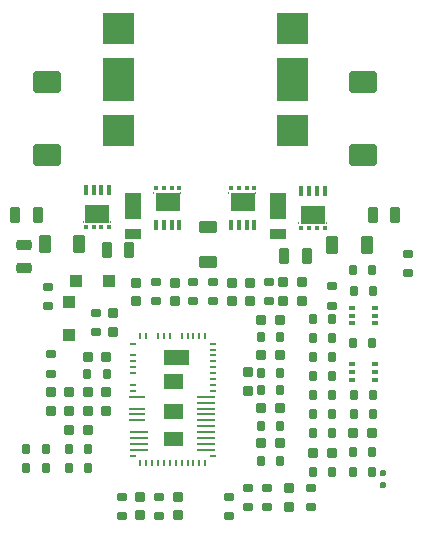
<source format=gtp>
G04 #@! TF.GenerationSoftware,KiCad,Pcbnew,(6.0.8)*
G04 #@! TF.CreationDate,2023-01-09T09:57:13-08:00*
G04 #@! TF.ProjectId,LT8490,4c543834-3930-42e6-9b69-6361645f7063,rev?*
G04 #@! TF.SameCoordinates,Original*
G04 #@! TF.FileFunction,Paste,Top*
G04 #@! TF.FilePolarity,Positive*
%FSLAX46Y46*%
G04 Gerber Fmt 4.6, Leading zero omitted, Abs format (unit mm)*
G04 Created by KiCad (PCBNEW (6.0.8)) date 2023-01-09 09:57:13*
%MOMM*%
%LPD*%
G01*
G04 APERTURE LIST*
G04 Aperture macros list*
%AMRoundRect*
0 Rectangle with rounded corners*
0 $1 Rounding radius*
0 $2 $3 $4 $5 $6 $7 $8 $9 X,Y pos of 4 corners*
0 Add a 4 corners polygon primitive as box body*
4,1,4,$2,$3,$4,$5,$6,$7,$8,$9,$2,$3,0*
0 Add four circle primitives for the rounded corners*
1,1,$1+$1,$2,$3*
1,1,$1+$1,$4,$5*
1,1,$1+$1,$6,$7*
1,1,$1+$1,$8,$9*
0 Add four rect primitives between the rounded corners*
20,1,$1+$1,$2,$3,$4,$5,0*
20,1,$1+$1,$4,$5,$6,$7,0*
20,1,$1+$1,$6,$7,$8,$9,0*
20,1,$1+$1,$8,$9,$2,$3,0*%
G04 Aperture macros list end*
%ADD10C,0.120000*%
%ADD11RoundRect,0.160000X-0.200000X-0.267500X0.200000X-0.267500X0.200000X0.267500X-0.200000X0.267500X0*%
%ADD12RoundRect,0.160000X-0.267500X0.200000X-0.267500X-0.200000X0.267500X-0.200000X0.267500X0.200000X0*%
%ADD13RoundRect,0.200000X0.250000X0.452500X-0.250000X0.452500X-0.250000X-0.452500X0.250000X-0.452500X0*%
%ADD14RoundRect,0.180000X-0.247500X0.225000X-0.247500X-0.225000X0.247500X-0.225000X0.247500X0.225000X0*%
%ADD15RoundRect,0.180000X-0.225000X-0.247500X0.225000X-0.247500X0.225000X0.247500X-0.225000X0.247500X0*%
%ADD16R,1.350000X2.160000*%
%ADD17R,1.350000X0.945000*%
%ADD18RoundRect,0.160000X0.267500X-0.200000X0.267500X0.200000X-0.267500X0.200000X-0.267500X-0.200000X0*%
%ADD19R,0.585000X0.360000*%
%ADD20RoundRect,0.200000X-0.250000X-0.452500X0.250000X-0.452500X0.250000X0.452500X-0.250000X0.452500X0*%
%ADD21R,0.364500X0.891000*%
%ADD22R,0.364500X0.459000*%
%ADD23R,0.069300X0.225000*%
%ADD24R,2.011500X1.552500*%
%ADD25RoundRect,0.160000X0.200000X0.267500X-0.200000X0.267500X-0.200000X-0.267500X0.200000X-0.267500X0*%
%ADD26RoundRect,0.180000X0.247500X-0.225000X0.247500X0.225000X-0.247500X0.225000X-0.247500X-0.225000X0*%
%ADD27RoundRect,0.180000X0.225000X0.247500X-0.225000X0.247500X-0.225000X-0.247500X0.225000X-0.247500X0*%
%ADD28R,0.540000X0.360000*%
%ADD29RoundRect,0.193750X-0.312500X-0.593750X0.312500X-0.593750X0.312500X0.593750X-0.312500X0.593750X0*%
%ADD30R,0.630000X0.225000*%
%ADD31R,1.620000X0.225000*%
%ADD32R,0.225000X0.630000*%
%ADD33R,1.350000X0.225000*%
%ADD34RoundRect,0.193750X-0.593750X0.312500X-0.593750X-0.312500X0.593750X-0.312500X0.593750X0.312500X0*%
%ADD35R,0.990000X0.990000*%
%ADD36RoundRect,0.146250X1.001250X-0.787500X1.001250X0.787500X-1.001250X0.787500X-1.001250X-0.787500X0*%
%ADD37RoundRect,0.200000X-0.452500X0.250000X-0.452500X-0.250000X0.452500X-0.250000X0.452500X0.250000X0*%
%ADD38RoundRect,0.108000X0.180000X-0.135000X0.180000X0.135000X-0.180000X0.135000X-0.180000X-0.135000X0*%
G04 APERTURE END LIST*
D10*
X139220990Y-81722011D02*
X141760990Y-81722011D01*
X141760990Y-81722011D02*
X141760990Y-85278011D01*
X141760990Y-85278011D02*
X139220990Y-85278011D01*
X139220990Y-85278011D02*
X139220990Y-81722011D01*
G36*
X139220990Y-81722011D02*
G01*
X141760990Y-81722011D01*
X141760990Y-85278011D01*
X139220990Y-85278011D01*
X139220990Y-81722011D01*
G37*
X153970990Y-86548011D02*
X156510990Y-86548011D01*
X156510990Y-86548011D02*
X156510990Y-89088011D01*
X156510990Y-89088011D02*
X153970990Y-89088011D01*
X153970990Y-89088011D02*
X153970990Y-86548011D01*
G36*
X153970990Y-86548011D02*
G01*
X156510990Y-86548011D01*
X156510990Y-89088011D01*
X153970990Y-89088011D01*
X153970990Y-86548011D01*
G37*
X139220990Y-77912011D02*
X141760990Y-77912011D01*
X141760990Y-77912011D02*
X141760990Y-80452011D01*
X141760990Y-80452011D02*
X139220990Y-80452011D01*
X139220990Y-80452011D02*
X139220990Y-77912011D01*
G36*
X139220990Y-77912011D02*
G01*
X141760990Y-77912011D01*
X141760990Y-80452011D01*
X139220990Y-80452011D01*
X139220990Y-77912011D01*
G37*
X153970990Y-77912011D02*
X156510990Y-77912011D01*
X156510990Y-77912011D02*
X156510990Y-80452011D01*
X156510990Y-80452011D02*
X153970990Y-80452011D01*
X153970990Y-80452011D02*
X153970990Y-77912011D01*
G36*
X153970990Y-77912011D02*
G01*
X156510990Y-77912011D01*
X156510990Y-80452011D01*
X153970990Y-80452011D01*
X153970990Y-77912011D01*
G37*
X153970990Y-81722011D02*
X156510990Y-81722011D01*
X156510990Y-81722011D02*
X156510990Y-85278011D01*
X156510990Y-85278011D02*
X153970990Y-85278011D01*
X153970990Y-85278011D02*
X153970990Y-81722011D01*
G36*
X153970990Y-81722011D02*
G01*
X156510990Y-81722011D01*
X156510990Y-85278011D01*
X153970990Y-85278011D01*
X153970990Y-81722011D01*
G37*
X139220990Y-86548011D02*
X141760990Y-86548011D01*
X141760990Y-86548011D02*
X141760990Y-89088011D01*
X141760990Y-89088011D02*
X139220990Y-89088011D01*
X139220990Y-89088011D02*
X139220990Y-86548011D01*
G36*
X139220990Y-86548011D02*
G01*
X141760990Y-86548011D01*
X141760990Y-89088011D01*
X139220990Y-89088011D01*
X139220990Y-86548011D01*
G37*
X145874551Y-113341435D02*
X144374551Y-113341435D01*
X144374551Y-113341435D02*
X144374551Y-114516435D01*
X144374551Y-114516435D02*
X145874551Y-114516435D01*
X145874551Y-114516435D02*
X145874551Y-113341435D01*
G36*
X145874551Y-113341435D02*
G01*
X144374551Y-113341435D01*
X144374551Y-114516435D01*
X145874551Y-114516435D01*
X145874551Y-113341435D01*
G37*
X145874551Y-110990435D02*
X144374551Y-110990435D01*
X144374551Y-110990435D02*
X144374551Y-112165435D01*
X144374551Y-112165435D02*
X145874551Y-112165435D01*
X145874551Y-112165435D02*
X145874551Y-110990435D01*
G36*
X145874551Y-110990435D02*
G01*
X144374551Y-110990435D01*
X144374551Y-112165435D01*
X145874551Y-112165435D01*
X145874551Y-110990435D01*
G37*
X146382551Y-106418435D02*
X144374551Y-106418435D01*
X144374551Y-106418435D02*
X144374551Y-107593435D01*
X144374551Y-107593435D02*
X146382551Y-107593435D01*
X146382551Y-107593435D02*
X146382551Y-106418435D01*
G36*
X146382551Y-106418435D02*
G01*
X144374551Y-106418435D01*
X144374551Y-107593435D01*
X146382551Y-107593435D01*
X146382551Y-106418435D01*
G37*
X145874551Y-108450435D02*
X144374551Y-108450435D01*
X144374551Y-108450435D02*
X144374551Y-109625435D01*
X144374551Y-109625435D02*
X145874551Y-109625435D01*
X145874551Y-109625435D02*
X145874551Y-108450435D01*
G36*
X145874551Y-108450435D02*
G01*
X144374551Y-108450435D01*
X144374551Y-109625435D01*
X145874551Y-109625435D01*
X145874551Y-108450435D01*
G37*
D11*
X156975000Y-108641424D03*
X158625000Y-108641424D03*
D12*
X149900000Y-118841424D03*
X149900000Y-120491424D03*
D13*
X133700000Y-95000000D03*
X131800000Y-95000000D03*
X156450000Y-98500000D03*
X154550000Y-98500000D03*
D14*
X142350000Y-118891424D03*
X142350000Y-120441424D03*
D15*
X154500000Y-100700000D03*
X156050000Y-100700000D03*
D11*
X156975000Y-107041424D03*
X158625000Y-107041424D03*
D15*
X137925000Y-111600000D03*
X139475000Y-111600000D03*
D16*
X141750009Y-94250000D03*
D17*
X141750009Y-96625000D03*
D18*
X156837047Y-119750000D03*
X156837047Y-118100000D03*
D11*
X152575000Y-105341424D03*
X154225000Y-105341424D03*
X152575000Y-109841424D03*
X154225000Y-109841424D03*
D12*
X134600000Y-101075000D03*
X134600000Y-102725000D03*
D19*
X160325000Y-107650000D03*
X160325000Y-108300000D03*
X160325000Y-108950000D03*
X162225000Y-108950000D03*
X162225000Y-108300000D03*
X162225000Y-107650000D03*
D20*
X139550000Y-98000000D03*
X141450000Y-98000000D03*
D21*
X143707990Y-95854989D03*
X144367990Y-95854989D03*
X145027990Y-95854989D03*
X145687990Y-95854989D03*
D22*
X143707990Y-92744989D03*
X144367990Y-92744989D03*
X145027990Y-92744989D03*
D23*
X145851990Y-93124989D03*
X143543990Y-93124989D03*
D24*
X144697990Y-93861989D03*
D22*
X145687990Y-92744989D03*
D25*
X162100000Y-111841424D03*
X160450000Y-111841424D03*
D18*
X158620000Y-102695000D03*
X158620000Y-101045000D03*
D12*
X153300000Y-100675000D03*
X153300000Y-102325000D03*
D26*
X145550000Y-120441424D03*
X145550000Y-118891424D03*
D25*
X162025000Y-105800000D03*
X160375000Y-105800000D03*
D27*
X158575000Y-115141424D03*
X157025000Y-115141424D03*
D12*
X140800000Y-118841424D03*
X140800000Y-120491424D03*
D14*
X140100000Y-103325000D03*
X140100000Y-104875000D03*
D11*
X152575000Y-112841424D03*
X154225000Y-112841424D03*
D25*
X158625000Y-111841424D03*
X156975000Y-111841424D03*
X162025000Y-99700000D03*
X160375000Y-99700000D03*
D27*
X139475000Y-110000000D03*
X137925000Y-110000000D03*
D25*
X154225000Y-108341424D03*
X152575000Y-108341424D03*
D11*
X156975000Y-110241424D03*
X158625000Y-110241424D03*
D27*
X154175000Y-114341424D03*
X152625000Y-114341424D03*
X136375000Y-111575000D03*
X134825000Y-111575000D03*
X161975000Y-113441424D03*
X160425000Y-113441424D03*
D26*
X150100000Y-102275000D03*
X150100000Y-100725000D03*
D28*
X162224989Y-104183575D03*
X162224989Y-103533575D03*
X162224989Y-102883575D03*
X160324989Y-102883575D03*
X160324989Y-103533575D03*
X160324989Y-104183575D03*
D27*
X154175000Y-111341424D03*
X152625000Y-111341424D03*
D25*
X158625000Y-116741424D03*
X156975000Y-116741424D03*
D16*
X154050000Y-94250000D03*
D17*
X154050000Y-96625000D03*
D14*
X145300000Y-100725000D03*
X145300000Y-102275000D03*
D29*
X158637500Y-97571064D03*
X161562500Y-97571064D03*
D30*
X148524551Y-115391435D03*
D31*
X147974551Y-114891435D03*
X147974551Y-114391435D03*
X147974551Y-113891435D03*
X147974551Y-113391435D03*
X147974551Y-112891435D03*
X147974551Y-112391435D03*
X147974551Y-111891435D03*
X147974551Y-111391435D03*
X147974551Y-110891435D03*
X147974551Y-110391435D03*
D30*
X148524551Y-109891435D03*
X148524551Y-109391435D03*
X148524551Y-108891435D03*
X148524551Y-108391435D03*
X148524551Y-107891435D03*
X148524551Y-107391435D03*
X148524551Y-106891435D03*
X148524551Y-106391435D03*
X148524551Y-105891435D03*
D32*
X147874551Y-105241435D03*
X147374551Y-105241435D03*
X146874551Y-105241435D03*
X146374551Y-105241435D03*
X145874551Y-105241435D03*
X144874551Y-105241435D03*
X144374551Y-105241435D03*
X143874551Y-105241435D03*
X142874551Y-105241435D03*
X142374551Y-105241435D03*
D30*
X141724551Y-105891435D03*
X141724551Y-106891435D03*
X141724551Y-107391435D03*
X141724551Y-107891435D03*
X141724551Y-108391435D03*
X141724551Y-109391435D03*
X141724551Y-109891435D03*
D33*
X142124551Y-110391435D03*
X142124551Y-111391435D03*
X142124551Y-111891435D03*
X142124551Y-112391435D03*
D31*
X142274551Y-113391435D03*
X142274551Y-113891435D03*
X142274551Y-114391435D03*
X142274551Y-114891435D03*
D30*
X141724551Y-115391435D03*
D32*
X142374551Y-116041435D03*
X142874551Y-116041435D03*
X143374551Y-116041435D03*
X143874551Y-116041435D03*
X144374551Y-116041435D03*
X144874551Y-116041435D03*
X145374551Y-116041435D03*
X145874551Y-116041435D03*
X146374551Y-116041435D03*
X146874551Y-116041435D03*
X147374551Y-116041435D03*
X147874551Y-116041435D03*
D34*
X148100000Y-96037500D03*
X148100000Y-98962500D03*
D35*
X136360000Y-105130000D03*
X136360000Y-102330000D03*
D18*
X165000000Y-99925000D03*
X165000000Y-98275000D03*
D35*
X139740000Y-100580000D03*
X136940000Y-100580000D03*
D36*
X134500000Y-83737500D03*
X134500000Y-89962500D03*
D37*
X132500000Y-97550000D03*
X132500000Y-99450000D03*
D14*
X154937047Y-118150000D03*
X154937047Y-119700000D03*
D11*
X156975000Y-113441424D03*
X158625000Y-113441424D03*
D25*
X162025000Y-115041424D03*
X160375000Y-115041424D03*
X134375000Y-114800000D03*
X132725000Y-114800000D03*
D21*
X139741989Y-92895002D03*
X139081989Y-92895002D03*
X138421989Y-92895002D03*
X137761989Y-92895002D03*
D22*
X139081989Y-96005002D03*
X138421989Y-96005002D03*
D23*
X137597989Y-95625002D03*
D22*
X139741989Y-96005002D03*
D24*
X138751989Y-94888002D03*
D22*
X137761989Y-96005002D03*
D23*
X139905989Y-95625002D03*
D18*
X151500000Y-119750000D03*
X151500000Y-118100000D03*
D15*
X152625000Y-106841424D03*
X154175000Y-106841424D03*
D27*
X156050000Y-102300000D03*
X154500000Y-102300000D03*
D12*
X134825000Y-106795000D03*
X134825000Y-108445000D03*
X153100000Y-118100000D03*
X153100000Y-119750000D03*
D29*
X134287500Y-97500000D03*
X137212500Y-97500000D03*
D21*
X150059997Y-95854989D03*
X150719997Y-95854989D03*
X151379997Y-95854989D03*
X152039997Y-95854989D03*
D22*
X150719997Y-92744989D03*
X152039997Y-92744989D03*
D23*
X152203997Y-93124989D03*
D22*
X150059997Y-92744989D03*
D23*
X149895997Y-93124989D03*
D24*
X151049997Y-93861989D03*
D22*
X151379997Y-92744989D03*
D11*
X137875000Y-108500000D03*
X139525000Y-108500000D03*
D12*
X143950000Y-118841424D03*
X143950000Y-120491424D03*
D25*
X158625000Y-103841424D03*
X156975000Y-103841424D03*
D27*
X136375000Y-110000000D03*
X134825000Y-110000000D03*
D38*
X162950000Y-117860000D03*
X162950000Y-116840000D03*
D11*
X160375000Y-116741424D03*
X162025000Y-116741424D03*
D18*
X138600000Y-104925000D03*
X138600000Y-103275000D03*
D36*
X161250000Y-89962500D03*
X161250000Y-83737500D03*
D25*
X162100000Y-101425000D03*
X160450000Y-101425000D03*
X137958576Y-116400000D03*
X136308576Y-116400000D03*
D20*
X162050000Y-95000000D03*
X163950000Y-95000000D03*
D15*
X152625000Y-103900000D03*
X154175000Y-103900000D03*
D21*
X157985996Y-92984994D03*
X157325996Y-92984994D03*
X156665996Y-92984994D03*
X156005996Y-92984994D03*
D23*
X158149996Y-95714994D03*
X155841996Y-95714994D03*
D22*
X157985996Y-96094994D03*
D24*
X156995996Y-94977994D03*
D22*
X156665996Y-96094994D03*
X157325996Y-96094994D03*
X156005996Y-96094994D03*
D27*
X137925000Y-113200000D03*
X136375000Y-113200000D03*
D12*
X143700000Y-100675000D03*
X143700000Y-102325000D03*
D25*
X134358576Y-116400000D03*
X132708576Y-116400000D03*
D26*
X142050000Y-102275000D03*
X142050000Y-100725000D03*
D18*
X146800000Y-102325000D03*
X146800000Y-100675000D03*
D12*
X148500000Y-100675000D03*
X148500000Y-102325000D03*
D25*
X137975000Y-114800000D03*
X136325000Y-114800000D03*
X158625000Y-105441424D03*
X156975000Y-105441424D03*
D11*
X152575000Y-115841424D03*
X154225000Y-115841424D03*
D25*
X162100000Y-110241424D03*
X160450000Y-110241424D03*
D26*
X151700000Y-102275000D03*
X151700000Y-100725000D03*
D27*
X139475000Y-107000000D03*
X137925000Y-107000000D03*
D14*
X151500000Y-108316424D03*
X151500000Y-109866424D03*
M02*

</source>
